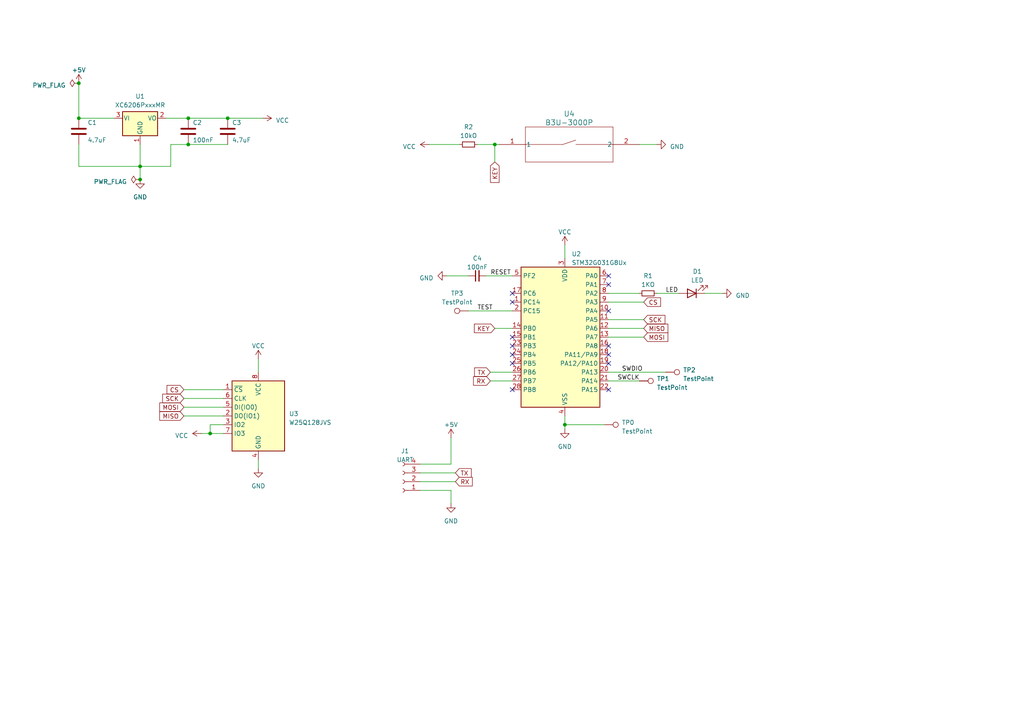
<source format=kicad_sch>
(kicad_sch (version 20230121) (generator eeschema)
  (paper "A4")
  (lib_symbols
    (symbol "Connector:Conn_01x04_Socket" (pin_names (offset 1.016) hide)
      (property "Reference" "J" (at 0 5.08 0))
      (property "Value" "Conn_01x04_Socket" (at 0 -7.62 0))
      (symbol "Conn_01x04_Socket_1_1"
        (arc (start 0 -4.572) (mid -0.5058 -5.08) (end 0 -5.588) (stroke (width 0.1524)))
        (arc (start 0 -2.032) (mid -0.5058 -2.54) (end 0 -3.048) (stroke (width 0.1524)))
        (polyline (pts (xy -1.27 -5.08) (xy -0.508 -5.08)) (stroke (width 0.1524)))
        (polyline (pts (xy -1.27 -2.54) (xy -0.508 -2.54)) (stroke (width 0.1524)))
        (polyline (pts (xy -1.27 0) (xy -0.508 0)) (stroke (width 0.1524)))
        (polyline (pts (xy -1.27 2.54) (xy -0.508 2.54)) (stroke (width 0.1524)))
        (arc (start 0 0.508) (mid -0.5058 0) (end 0 -0.508) (stroke (width 0.1524)))
        (arc (start 0 3.048) (mid -0.5058 2.54) (end 0 2.032) (stroke (width 0.1524)))
        (pin passive line (at -5.08 2.54 0) (length 3.81) (name "Pin_1") (number "1"))
        (pin passive line (at -5.08 0 0) (length 3.81) (name "Pin_2") (number "2"))
        (pin passive line (at -5.08 -2.54 0) (length 3.81) (name "Pin_3") (number "3"))
        (pin passive line (at -5.08 -5.08 0) (length 3.81) (name "Pin_4") (number "4"))
      )
    )
    (symbol "Connector:TestPoint" (pin_numbers hide) (pin_names (offset 0.762) hide)
      (property "Reference" "TP" (at 0 6.858 0))
      (property "Value" "TestPoint" (at 0 5.08 0))
      (symbol "TestPoint_0_1"
        (circle (center 0 3.302) (radius 0.762))
      )
      (symbol "TestPoint_1_1"
        (pin passive line (at 0 0 90) (length 2.54) (name "1") (number "1"))
      )
    )
    (symbol "Device:C" (pin_numbers hide) (pin_names (offset 0.254))
      (property "Reference" "C" (at 0.635 2.54 0))
      (property "Value" "C" (at 0.635 -2.54 0))
      (symbol "C_0_1"
        (polyline (pts (xy -2.032 -0.762) (xy 2.032 -0.762)) (stroke (width 0.508)))
        (polyline (pts (xy -2.032 0.762) (xy 2.032 0.762)) (stroke (width 0.508)))
      )
      (symbol "C_1_1"
        (pin passive line (at 0 3.81 270) (length 2.794) (name "~") (number "1"))
        (pin passive line (at 0 -3.81 90) (length 2.794) (name "~") (number "2"))
      )
    )
    (symbol "Device:C_Small" (pin_numbers hide) (pin_names (offset 0.254) hide)
      (property "Reference" "C" (at 0.254 1.778 0))
      (property "Value" "C_Small" (at 0.254 -2.032 0))
      (symbol "C_Small_0_1"
        (polyline (pts (xy -1.524 -0.508) (xy 1.524 -0.508)) (stroke (width 0.3302)))
        (polyline (pts (xy -1.524 0.508) (xy 1.524 0.508)) (stroke (width 0.3048)))
      )
      (symbol "C_Small_1_1"
        (pin passive line (at 0 2.54 270) (length 2.032) (name "~") (number "1"))
        (pin passive line (at 0 -2.54 90) (length 2.032) (name "~") (number "2"))
      )
    )
    (symbol "Device:LED" (pin_numbers hide) (pin_names (offset 1.016) hide)
      (property "Reference" "D" (at 0 2.54 0))
      (property "Value" "LED" (at 0 -2.54 0))
      (symbol "LED_0_1"
        (polyline (pts (xy -1.27 -1.27) (xy -1.27 1.27)) (stroke (width 0.254)))
        (polyline (pts (xy -1.27 0) (xy 1.27 0)))
        (polyline (pts (xy 1.27 -1.27) (xy 1.27 1.27) (xy -1.27 0) (xy 1.27 -1.27)) (stroke (width 0.254)))
        (polyline (pts (xy -3.048 -0.762) (xy -4.572 -2.286) (xy -3.81 -2.286) (xy -4.572 -2.286) (xy -4.572 -1.524)))
        (polyline (pts (xy -1.778 -0.762) (xy -3.302 -2.286) (xy -2.54 -2.286) (xy -3.302 -2.286) (xy -3.302 -1.524)))
      )
      (symbol "LED_1_1"
        (pin passive line (at -3.81 0 0) (length 2.54) (name "K") (number "1"))
        (pin passive line (at 3.81 0 180) (length 2.54) (name "A") (number "2"))
      )
    )
    (symbol "Device:R_Small" (pin_numbers hide) (pin_names (offset 0.254) hide)
      (property "Reference" "R" (at 0.762 0.508 0))
      (property "Value" "R_Small" (at 0.762 -1.016 0))
      (symbol "R_Small_0_1"
        (rectangle (start -0.762 1.778) (end 0.762 -1.778) (stroke (width 0.2032)))
      )
      (symbol "R_Small_1_1"
        (pin passive line (at 0 2.54 270) (length 0.762) (name "~") (number "1"))
        (pin passive line (at 0 -2.54 90) (length 0.762) (name "~") (number "2"))
      )
    )
    (symbol "LSC_Symbols:B3U-3000P" (pin_names (offset 0.254))
      (property "Reference" "U" (at 20.32 10.16 0))
      (property "Value" "B3U-3000P" (at 20.32 7.62 0))
      (symbol "B3U-3000P_0_1"
        (polyline (pts (xy 7.62 -5.08) (xy 33.02 -5.08)) (stroke (width 0.127)))
        (polyline (pts (xy 7.62 5.08) (xy 7.62 -5.08)) (stroke (width 0.127)))
        (polyline (pts (xy 18.415 0) (xy 7.62 0)) (stroke (width 0.127)))
        (polyline (pts (xy 18.415 0) (xy 22.225 1.27)) (stroke (width 0.127)))
        (polyline (pts (xy 22.225 0) (xy 33.02 0)) (stroke (width 0.127)))
        (polyline (pts (xy 33.02 -5.08) (xy 33.02 5.08)) (stroke (width 0.127)))
        (polyline (pts (xy 33.02 5.08) (xy 7.62 5.08)) (stroke (width 0.127)))
        (pin unspecified line (at 0 0 0) (length 7.62) (name "1") (number "1"))
        (pin unspecified line (at 40.64 0 180) (length 7.62) (name "2") (number "2"))
      )
    )
    (symbol "MCU_ST_STM32G0:STM32G031G8Ux"
      (property "Reference" "U" (at -10.16 21.59 0))
      (property "Value" "STM32G031G8Ux" (at 5.08 21.59 0))
      (symbol "STM32G031G8Ux_0_1"
        (rectangle (start -10.16 -20.32) (end 12.7 20.32) (stroke (width 0.254)) (fill (type background)))
      )
      (symbol "STM32G031G8Ux_1_1"
        (pin bidirectional line (at -12.7 10.16 0) (length 2.54) (name "PC14") (number "1"))
        (pin bidirectional line (at 15.24 7.62 180) (length 2.54) (name "PA4") (number "10"))
        (pin bidirectional line (at 15.24 5.08 180) (length 2.54) (name "PA5") (number "11"))
        (pin bidirectional line (at 15.24 2.54 180) (length 2.54) (name "PA6") (number "12"))
        (pin bidirectional line (at 15.24 0 180) (length 2.54) (name "PA7") (number "13"))
        (pin bidirectional line (at -12.7 2.54 0) (length 2.54) (name "PB0") (number "14"))
        (pin bidirectional line (at -12.7 0 0) (length 2.54) (name "PB1") (number "15"))
        (pin bidirectional line (at 15.24 -2.54 180) (length 2.54) (name "PA8") (number "16"))
        (pin bidirectional line (at -12.7 12.7 0) (length 2.54) (name "PC6") (number "17"))
        (pin bidirectional line (at 15.24 -5.08 180) (length 2.54) (name "PA11/PA9") (number "18"))
        (pin bidirectional line (at 15.24 -7.62 180) (length 2.54) (name "PA12/PA10") (number "19"))
        (pin bidirectional line (at -12.7 7.62 0) (length 2.54) (name "PC15") (number "2"))
        (pin bidirectional line (at 15.24 -10.16 180) (length 2.54) (name "PA13") (number "20"))
        (pin bidirectional line (at 15.24 -12.7 180) (length 2.54) (name "PA14") (number "21"))
        (pin bidirectional line (at 15.24 -15.24 180) (length 2.54) (name "PA15") (number "22"))
        (pin bidirectional line (at -12.7 -2.54 0) (length 2.54) (name "PB3") (number "23"))
        (pin bidirectional line (at -12.7 -5.08 0) (length 2.54) (name "PB4") (number "24"))
        (pin bidirectional line (at -12.7 -7.62 0) (length 2.54) (name "PB5") (number "25"))
        (pin bidirectional line (at -12.7 -10.16 0) (length 2.54) (name "PB6") (number "26"))
        (pin bidirectional line (at -12.7 -12.7 0) (length 2.54) (name "PB7") (number "27"))
        (pin bidirectional line (at -12.7 -15.24 0) (length 2.54) (name "PB8") (number "28"))
        (pin power_in line (at 2.54 22.86 270) (length 2.54) (name "VDD") (number "3"))
        (pin power_in line (at 2.54 -22.86 90) (length 2.54) (name "VSS") (number "4"))
        (pin bidirectional line (at -12.7 17.78 0) (length 2.54) (name "PF2") (number "5"))
        (pin bidirectional line (at 15.24 17.78 180) (length 2.54) (name "PA0") (number "6"))
        (pin bidirectional line (at 15.24 15.24 180) (length 2.54) (name "PA1") (number "7"))
        (pin bidirectional line (at 15.24 12.7 180) (length 2.54) (name "PA2") (number "8"))
        (pin bidirectional line (at 15.24 10.16 180) (length 2.54) (name "PA3") (number "9"))
      )
    )
    (symbol "Memory_Flash:W25Q128JVS"
      (property "Reference" "U" (at -8.89 8.89 0))
      (property "Value" "W25Q128JVS" (at 7.62 8.89 0))
      (symbol "W25Q128JVS_0_1"
        (rectangle (start -7.62 10.16) (end 7.62 -10.16) (stroke (width 0.254)) (fill (type background)))
      )
      (symbol "W25Q128JVS_1_1"
        (pin input line (at -10.16 7.62 0) (length 2.54) (name "~{CS}") (number "1"))
        (pin bidirectional line (at -10.16 0 0) (length 2.54) (name "DO(IO1)") (number "2"))
        (pin bidirectional line (at -10.16 -2.54 0) (length 2.54) (name "IO2") (number "3"))
        (pin power_in line (at 0 -12.7 90) (length 2.54) (name "GND") (number "4"))
        (pin bidirectional line (at -10.16 2.54 0) (length 2.54) (name "DI(IO0)") (number "5"))
        (pin input line (at -10.16 5.08 0) (length 2.54) (name "CLK") (number "6"))
        (pin bidirectional line (at -10.16 -5.08 0) (length 2.54) (name "IO3") (number "7"))
        (pin power_in line (at 0 12.7 270) (length 2.54) (name "VCC") (number "8"))
      )
    )
    (symbol "Regulator_Linear:XC6206PxxxMR" (pin_names (offset 0.254))
      (property "Reference" "U" (at -3.81 3.175 0))
      (property "Value" "XC6206PxxxMR" (at 0 3.175 0))
      (symbol "XC6206PxxxMR_0_1"
        (rectangle (start -5.08 1.905) (end 5.08 -5.08) (stroke (width 0.254)) (fill (type background)))
      )
      (symbol "XC6206PxxxMR_1_1"
        (pin power_in line (at 0 -7.62 90) (length 2.54) (name "GND") (number "1"))
        (pin power_out line (at 7.62 0 180) (length 2.54) (name "VO") (number "2"))
        (pin power_in line (at -7.62 0 0) (length 2.54) (name "VI") (number "3"))
      )
    )
    (symbol "power:+5V" (power) (pin_names (offset 0))
      (property "Value" "+5V" (at 0 3.556 0))
      (symbol "+5V_0_1"
        (polyline (pts (xy -0.762 1.27) (xy 0 2.54)))
        (polyline (pts (xy 0 0) (xy 0 2.54)))
        (polyline (pts (xy 0 2.54) (xy 0.762 1.27)))
      )
      (symbol "+5V_1_1"
        (pin power_in line (at 0 0 90) (length 0) hide (name "+5V") (number "1"))
      )
    )
    (symbol "power:GND" (power) (pin_names (offset 0))
      (property "Value" "GND" (at 0 -3.81 0))
      (symbol "GND_0_1"
        (polyline (pts (xy 0 0) (xy 0 -1.27) (xy 1.27 -1.27) (xy 0 -2.54) (xy -1.27 -1.27) (xy 0 -1.27)))
      )
      (symbol "GND_1_1"
        (pin power_in line (at 0 0 270) (length 0) hide (name "GND") (number "1"))
      )
    )
    (symbol "power:PWR_FLAG" (power) (pin_numbers hide) (pin_names (offset 0) hide)
      (property "Value" "PWR_FLAG" (at 0 3.81 0))
      (symbol "PWR_FLAG_0_0"
        (pin power_out line (at 0 0 90) (length 0) (name "pwr") (number "1"))
      )
      (symbol "PWR_FLAG_0_1"
        (polyline (pts (xy 0 0) (xy 0 1.27) (xy -1.016 1.905) (xy 0 2.54) (xy 1.016 1.905) (xy 0 1.27)))
      )
    )
    (symbol "power:VCC" (power) (pin_names (offset 0))
      (property "Value" "VCC" (at 0 3.81 0))
      (symbol "VCC_0_1"
        (polyline (pts (xy -0.762 1.27) (xy 0 2.54)))
        (polyline (pts (xy 0 0) (xy 0 2.54)))
        (polyline (pts (xy 0 2.54) (xy 0.762 1.27)))
      )
      (symbol "VCC_1_1"
        (pin power_in line (at 0 0 90) (length 0) hide (name "VCC") (number "1"))
      )
    )
  )
  (junction (at 22.86 24.13))
  (junction (at 66.04 34.29))
  (junction (at 40.64 52.07))
  (junction (at 54.61 41.91))
  (junction (at 143.51 41.91))
  (junction (at 40.64 48.26))
  (junction (at 54.61 34.29))
  (junction (at 163.83 123.19))
  (junction (at 22.86 34.29))
  (junction (at 60.96 125.73))
  (no_connect (at 148.59 100.33))
  (no_connect (at 176.53 80.01))
  (no_connect (at 148.59 105.41))
  (no_connect (at 176.53 102.87))
  (no_connect (at 176.53 105.41))
  (no_connect (at 148.59 85.09))
  (no_connect (at 148.59 97.79))
  (no_connect (at 176.53 113.03))
  (no_connect (at 148.59 102.87))
  (no_connect (at 176.53 90.17))
  (no_connect (at 176.53 100.33))
  (no_connect (at 148.59 113.03))
  (no_connect (at 176.53 82.55))
  (no_connect (at 148.59 87.63))
  (wire (pts (xy 176.53 87.63) (xy 186.69 87.63)))
  (wire (pts (xy 142.24 110.49) (xy 148.59 110.49)))
  (wire (pts (xy 176.53 85.09) (xy 185.42 85.09)))
  (wire (pts (xy 53.34 113.03) (xy 64.77 113.03)))
  (wire (pts (xy 60.96 125.73) (xy 64.77 125.73)))
  (wire (pts (xy 22.86 48.26) (xy 22.86 41.91)))
  (wire (pts (xy 54.61 41.91) (xy 49.53 41.91)))
  (wire (pts (xy 176.53 97.79) (xy 186.69 97.79)))
  (wire (pts (xy 66.04 41.91) (xy 54.61 41.91)))
  (wire (pts (xy 143.51 41.91) (xy 143.51 46.99)))
  (wire (pts (xy 22.86 24.13) (xy 22.86 34.29)))
  (wire (pts (xy 185.42 41.91) (xy 190.5 41.91)))
  (wire (pts (xy 129.54 80.01) (xy 135.89 80.01)))
  (wire (pts (xy 121.92 139.7) (xy 132.08 139.7)))
  (wire (pts (xy 176.53 92.71) (xy 186.69 92.71)))
  (wire (pts (xy 53.34 118.11) (xy 64.77 118.11)))
  (wire (pts (xy 121.92 137.16) (xy 132.08 137.16)))
  (wire (pts (xy 130.81 142.24) (xy 130.81 146.05)))
  (wire (pts (xy 48.26 34.29) (xy 54.61 34.29)))
  (wire (pts (xy 49.53 48.26) (xy 40.64 48.26)))
  (wire (pts (xy 138.43 41.91) (xy 143.51 41.91)))
  (wire (pts (xy 121.92 142.24) (xy 130.81 142.24)))
  (wire (pts (xy 40.64 48.26) (xy 22.86 48.26)))
  (wire (pts (xy 176.53 107.95) (xy 193.04 107.95)))
  (wire (pts (xy 140.97 80.01) (xy 148.59 80.01)))
  (wire (pts (xy 176.53 95.25) (xy 186.69 95.25)))
  (wire (pts (xy 176.53 110.49) (xy 185.42 110.49)))
  (wire (pts (xy 143.51 95.25) (xy 148.59 95.25)))
  (wire (pts (xy 121.92 134.62) (xy 130.81 134.62)))
  (wire (pts (xy 40.64 52.07) (xy 40.64 48.26)))
  (wire (pts (xy 54.61 34.29) (xy 66.04 34.29)))
  (wire (pts (xy 74.93 133.35) (xy 74.93 135.89)))
  (wire (pts (xy 143.51 41.91) (xy 144.78 41.91)))
  (wire (pts (xy 40.64 41.91) (xy 40.64 48.26)))
  (wire (pts (xy 74.93 104.14) (xy 74.93 107.95)))
  (wire (pts (xy 163.83 123.19) (xy 163.83 124.46)))
  (wire (pts (xy 53.34 120.65) (xy 64.77 120.65)))
  (wire (pts (xy 135.89 90.17) (xy 148.59 90.17)))
  (wire (pts (xy 58.42 125.73) (xy 60.96 125.73)))
  (wire (pts (xy 49.53 41.91) (xy 49.53 48.26)))
  (wire (pts (xy 204.47 85.09) (xy 209.55 85.09)))
  (wire (pts (xy 163.83 71.12) (xy 163.83 74.93)))
  (wire (pts (xy 64.77 123.19) (xy 60.96 123.19)))
  (wire (pts (xy 130.81 134.62) (xy 130.81 127)))
  (wire (pts (xy 163.83 123.19) (xy 175.26 123.19)))
  (wire (pts (xy 142.24 107.95) (xy 148.59 107.95)))
  (wire (pts (xy 66.04 34.29) (xy 76.2 34.29)))
  (wire (pts (xy 53.34 115.57) (xy 64.77 115.57)))
  (wire (pts (xy 124.46 41.91) (xy 133.35 41.91)))
  (wire (pts (xy 190.5 85.09) (xy 196.85 85.09)))
  (wire (pts (xy 60.96 123.19) (xy 60.96 125.73)))
  (wire (pts (xy 22.86 34.29) (xy 33.02 34.29)))
  (wire (pts (xy 163.83 120.65) (xy 163.83 123.19)))
  (label "TEST" (at 138.43 90.17 0))
  (label "LED" (at 193.04 85.09 0))
  (label "RESET" (at 142.24 80.01 0))
  (label "SWCLK" (at 179.07 110.49 0))
  (label "SWDIO" (at 180.34 107.95 0))
  (global_label "TX" (shape input) (at 142.24 107.95 180) (property "Intersheetrefs" "${INTERSHEET_REFS}" (effects hide)))
  (global_label "CS" (shape input) (at 53.34 113.03 180) (property "Intersheetrefs" "${INTERSHEET_REFS}" (effects hide)))
  (global_label "CS" (shape input) (at 186.69 87.63 0) (property "Intersheetrefs" "${INTERSHEET_REFS}" (effects hide)))
  (global_label "MOSI" (shape input) (at 186.69 97.79 0) (property "Intersheetrefs" "${INTERSHEET_REFS}" (effects hide)))
  (global_label "SCK" (shape input) (at 186.69 92.71 0) (property "Intersheetrefs" "${INTERSHEET_REFS}" (effects hide)))
  (global_label "RX" (shape input) (at 132.08 139.7 0) (property "Intersheetrefs" "${INTERSHEET_REFS}" (effects hide)))
  (global_label "KEY" (shape input) (at 143.51 46.99 270) (property "Intersheetrefs" "${INTERSHEET_REFS}" (effects hide)))
  (global_label "MISO" (shape input) (at 53.34 120.65 180) (property "Intersheetrefs" "${INTERSHEET_REFS}" (effects hide)))
  (global_label "MOSI" (shape input) (at 53.34 118.11 180) (property "Intersheetrefs" "${INTERSHEET_REFS}" (effects hide)))
  (global_label "KEY" (shape input) (at 143.51 95.25 180) (property "Intersheetrefs" "${INTERSHEET_REFS}" (effects hide)))
  (global_label "MISO" (shape input) (at 186.69 95.25 0) (property "Intersheetrefs" "${INTERSHEET_REFS}" (effects hide)))
  (global_label "RX" (shape input) (at 142.24 110.49 180) (property "Intersheetrefs" "${INTERSHEET_REFS}" (effects hide)))
  (global_label "SCK" (shape input) (at 53.34 115.57 180) (property "Intersheetrefs" "${INTERSHEET_REFS}" (effects hide)))
  (global_label "TX" (shape input) (at 132.08 137.16 0) (property "Intersheetrefs" "${INTERSHEET_REFS}" (effects hide)))
  (symbol (lib_id "Device:R_Small") (at 187.96 85.09 90) (unit 1)
    (property "Reference" "R1" (at 187.96 80.01 90))
    (property "Value" "1KO" (at 187.96 82.55 90))
    (property "Footprint" "Resistor_SMD:R_0603_1608Metric" (effects hide))
  )
  (symbol (lib_id "Device:C_Small") (at 138.43 80.01 90) (unit 1)
    (property "Reference" "C4" (at 138.4363 74.93 90))
    (property "Value" "100nF" (at 138.4363 77.47 90))
    (property "Footprint" "Capacitor_SMD:C_0603_1608Metric" (effects hide))
  )
  (symbol (lib_id "Connector:TestPoint") (at 175.26 123.19 270) (unit 1)
    (property "Reference" "TP0" (at 180.34 122.555 90) (effects (justify left)))
    (property "Value" "TestPoint" (at 180.34 125.095 90) (effects (justify left)))
    (property "Footprint" "TestPoint:TestPoint_Pad_D1.0mm" (effects hide))
  )
  (symbol (lib_id "Device:C") (at 66.04 38.1 0) (unit 1)
    (property "Reference" "C3" (at 67.31 35.56 0) (effects (justify left)))
    (property "Value" "4.7uF" (at 67.31 40.64 0) (effects (justify left)))
    (property "Footprint" "Capacitor_SMD:C_0603_1608Metric" (effects hide))
  )
  (symbol (lib_id "Connector:TestPoint") (at 135.89 90.17 90) (unit 1)
    (property "Reference" "TP3" (at 132.588 85.09 90))
    (property "Value" "TestPoint" (at 132.588 87.63 90))
    (property "Footprint" "TestPoint:TestPoint_Pad_D1.0mm" (effects hide))
  )
  (symbol (lib_id "power:GND") (at 130.81 146.05 0) (unit 1)
    (property "Reference" "#PWR014" (effects hide))
    (property "Value" "GND" (at 130.81 151.13 0))
  )
  (symbol (lib_id "power:+5V") (at 22.86 24.13 0) (unit 1)
    (property "Reference" "#PWR01" (effects hide))
    (property "Value" "+5V" (at 22.86 20.32 0))
  )
  (symbol (lib_id "Device:C") (at 22.86 38.1 0) (unit 1)
    (property "Reference" "C1" (at 25.4 35.56 0) (effects (justify left)))
    (property "Value" "4.7uF" (at 25.4 40.64 0) (effects (justify left)))
    (property "Footprint" "Capacitor_SMD:C_0603_1608Metric" (effects hide))
  )
  (symbol (lib_id "power:VCC") (at 124.46 41.91 90) (unit 1)
    (property "Reference" "#PWR012" (effects hide))
    (property "Value" "VCC" (at 120.65 42.545 90) (effects (justify left)))
  )
  (symbol (lib_id "LSC_Symbols:B3U-3000P") (at 144.78 41.91 0) (unit 1)
    (property "Reference" "U4" (at 165.1 33.02 0) (effects (font (size 1.524 1.524))))
    (property "Value" "B3U-3000P" (at 165.1 35.56 0) (effects (font (size 1.524 1.524))))
    (property "Footprint" "LSC_footprint:B3U-3000P" (effects hide))
    (property "Datasheet" "B3U-3000P" (effects hide))
  )
  (symbol (lib_id "Connector:TestPoint") (at 193.04 107.95 270) (unit 1)
    (property "Reference" "TP2" (at 198.12 107.315 90) (effects (justify left)))
    (property "Value" "TestPoint" (at 198.12 109.855 90) (effects (justify left)))
    (property "Footprint" "TestPoint:TestPoint_Pad_D1.0mm" (effects hide))
  )
  (symbol (lib_id "MCU_ST_STM32G0:STM32G031G8Ux") (at 161.29 97.79 0) (unit 1)
    (property "Reference" "U2" (at 165.7859 73.66 0) (effects (justify left)))
    (property "Value" "STM32G031G8Ux" (at 165.7859 76.2 0) (effects (justify left)))
    (property "Footprint" "Package_DFN_QFN:QFN-28_4x4mm_P0.5mm" (effects hide))
    (property "Datasheet" "https://www.st.com/resource/en/datasheet/stm32g031g8.pdf" (effects hide))
  )
  (symbol (lib_id "Device:LED") (at 200.66 85.09 180) (unit 1)
    (property "Reference" "D1" (at 202.2475 78.74 0))
    (property "Value" "LED" (at 202.2475 81.28 0))
    (property "Footprint" "LED_SMD:LED_0603_1608Metric" (effects hide))
  )
  (symbol (lib_id "power:VCC") (at 58.42 125.73 90) (unit 1)
    (property "Reference" "#PWR05" (effects hide))
    (property "Value" "VCC" (at 54.61 126.365 90) (effects (justify left)))
  )
  (symbol (lib_id "power:GND") (at 129.54 80.01 270) (unit 1)
    (property "Reference" "#PWR010" (effects hide))
    (property "Value" "GND" (at 125.73 80.645 90) (effects (justify right)))
  )
  (symbol (lib_id "power:GND") (at 74.93 135.89 0) (unit 1)
    (property "Reference" "#PWR06" (effects hide))
    (property "Value" "GND" (at 74.93 140.97 0))
  )
  (symbol (lib_id "power:PWR_FLAG") (at 22.86 24.13 90) (unit 1)
    (property "Reference" "#FLG01" (effects hide))
    (property "Value" "PWR_FLAG" (at 19.05 24.765 90) (effects (justify left)))
  )
  (symbol (lib_id "power:GND") (at 209.55 85.09 90) (unit 1)
    (property "Reference" "#PWR09" (effects hide))
    (property "Value" "GND" (at 213.36 85.725 90) (effects (justify right)))
  )
  (symbol (lib_id "power:VCC") (at 76.2 34.29 270) (unit 1)
    (property "Reference" "#PWR02" (effects hide))
    (property "Value" "VCC" (at 80.01 34.925 90) (effects (justify left)))
  )
  (symbol (lib_id "power:+5V") (at 130.81 127 0) (unit 1)
    (property "Reference" "#PWR013" (effects hide))
    (property "Value" "+5V" (at 130.81 123.19 0))
  )
  (symbol (lib_id "power:GND") (at 190.5 41.91 90) (unit 1)
    (property "Reference" "#PWR011" (effects hide))
    (property "Value" "GND" (at 194.31 42.545 90) (effects (justify right)))
  )
  (symbol (lib_id "power:PWR_FLAG") (at 40.64 52.07 90) (unit 1)
    (property "Reference" "#FLG02" (effects hide))
    (property "Value" "PWR_FLAG" (at 36.83 52.705 90) (effects (justify left)))
  )
  (symbol (lib_id "power:VCC") (at 74.93 104.14 0) (unit 1)
    (property "Reference" "#PWR04" (effects hide))
    (property "Value" "VCC" (at 74.93 100.33 0))
  )
  (symbol (lib_id "power:VCC") (at 163.83 71.12 0) (unit 1)
    (property "Reference" "#PWR08" (effects hide))
    (property "Value" "VCC" (at 163.83 67.31 0))
  )
  (symbol (lib_id "power:GND") (at 163.83 124.46 0) (unit 1)
    (property "Reference" "#PWR07" (effects hide))
    (property "Value" "GND" (at 163.83 129.54 0))
  )
  (symbol (lib_id "Connector:Conn_01x04_Socket") (at 116.84 139.7 180) (unit 1)
    (property "Reference" "J1" (at 117.475 130.81 0))
    (property "Value" "UART" (at 117.475 133.35 0))
    (property "Footprint" "LSC_footprint:uart_power_th" (effects hide))
  )
  (symbol (lib_id "Device:C") (at 54.61 38.1 0) (unit 1)
    (property "Reference" "C2" (at 55.88 35.56 0) (effects (justify left)))
    (property "Value" "100nF" (at 55.88 40.64 0) (effects (justify left)))
    (property "Footprint" "Capacitor_SMD:C_0603_1608Metric" (effects hide))
  )
  (symbol (lib_id "Device:R_Small") (at 135.89 41.91 90) (unit 1)
    (property "Reference" "R2" (at 135.89 36.83 90))
    (property "Value" "10kO" (at 135.89 39.37 90))
    (property "Footprint" "Resistor_SMD:R_0603_1608Metric" (effects hide))
  )
  (symbol (lib_id "power:GND") (at 40.64 52.07 0) (unit 1)
    (property "Reference" "#PWR03" (effects hide))
    (property "Value" "GND" (at 40.64 57.15 0))
  )
  (symbol (lib_id "Memory_Flash:W25Q128JVS") (at 74.93 120.65 0) (unit 1)
    (property "Reference" "U3" (at 83.82 120.015 0) (effects (justify left)))
    (property "Value" "W25Q128JVS" (at 83.82 122.555 0) (effects (justify left)))
    (property "Footprint" "Package_SO:SOIC-8_5.23x5.23mm_P1.27mm" (effects hide))
    (property "Datasheet" "http://www.winbond.com/resource-files/w25q128jv_dtr%20revc%2003272018%20plus.pdf" (effects hide))
  )
  (symbol (lib_id "Connector:TestPoint") (at 185.42 110.49 270) (unit 1)
    (property "Reference" "TP1" (at 190.5 109.855 90) (effects (justify left)))
    (property "Value" "TestPoint" (at 190.5 112.395 90) (effects (justify left)))
    (property "Footprint" "TestPoint:TestPoint_Pad_D1.0mm" (effects hide))
  )
  (symbol (lib_id "Regulator_Linear:XC6206PxxxMR") (at 40.64 34.29 0) (unit 1)
    (property "Reference" "U1" (at 40.64 27.94 0))
    (property "Value" "XC6206PxxxMR" (at 40.64 30.48 0))
    (property "Footprint" "Package_TO_SOT_SMD:SOT-23-3" (effects hide))
    (property "Datasheet" "https://www.torexsemi.com/file/xc6206/XC6206.pdf" (effects hide))
  )
)
</source>
